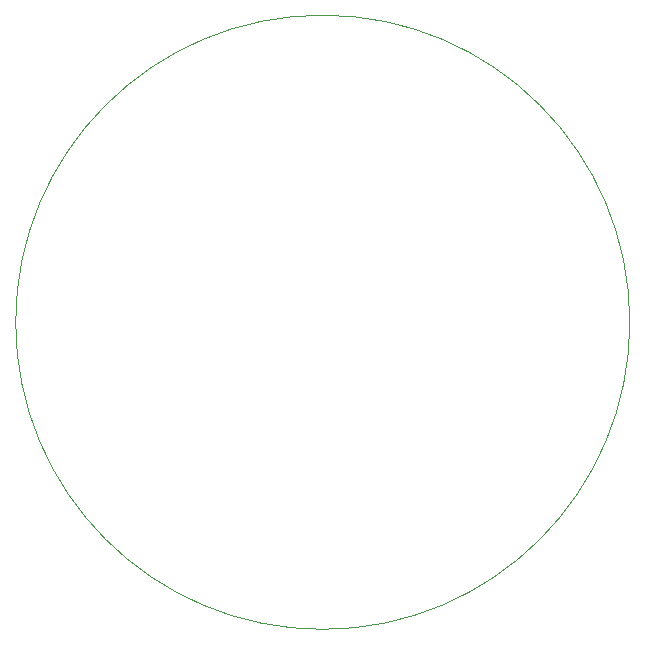
<source format=gm1>
%TF.GenerationSoftware,KiCad,Pcbnew,7.0.9*%
%TF.CreationDate,2023-12-12T13:48:38+01:00*%
%TF.ProjectId,DTimponator-badge,4454696d-706f-46e6-9174-6f722d626164,2.1*%
%TF.SameCoordinates,Original*%
%TF.FileFunction,Profile,NP*%
%FSLAX46Y46*%
G04 Gerber Fmt 4.6, Leading zero omitted, Abs format (unit mm)*
G04 Created by KiCad (PCBNEW 7.0.9) date 2023-12-12 13:48:38*
%MOMM*%
%LPD*%
G01*
G04 APERTURE LIST*
%TA.AperFunction,Profile*%
%ADD10C,0.050000*%
%TD*%
G04 APERTURE END LIST*
D10*
X130140000Y-60960000D02*
G75*
G03*
X130140000Y-60960000I-26000000J0D01*
G01*
M02*

</source>
